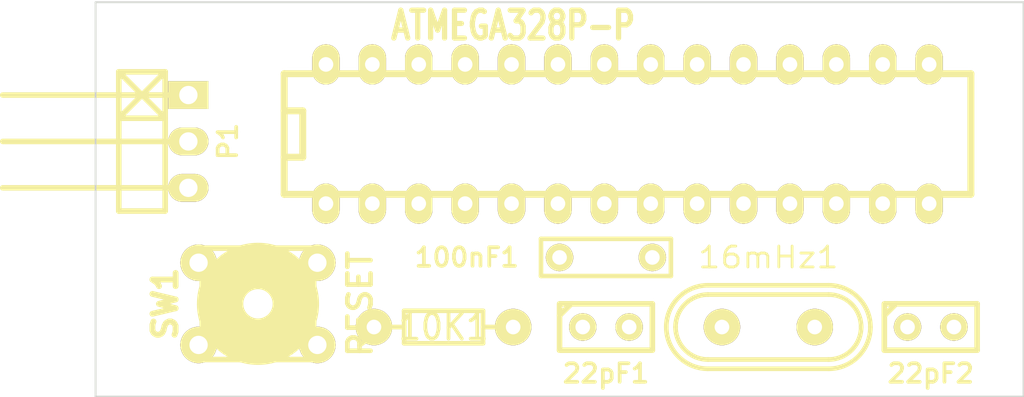
<source format=kicad_pcb>
(kicad_pcb (version 4) (host pcbnew 0.201504151001+5600~22~ubuntu14.04.1-product)

  (general
    (links 15)
    (no_connects 15)
    (area 119.329999 97.739999 170.230001 119.430001)
    (thickness 1.6)
    (drawings 4)
    (tracks 0)
    (zones 0)
    (modules 8)
    (nets 9)
  )

  (page A4)
  (layers
    (0 F.Cu signal)
    (31 B.Cu signal)
    (32 B.Adhes user)
    (33 F.Adhes user)
    (34 B.Paste user)
    (35 F.Paste user)
    (36 B.SilkS user)
    (37 F.SilkS user)
    (38 B.Mask user)
    (39 F.Mask user)
    (40 Dwgs.User user)
    (41 Cmts.User user)
    (42 Eco1.User user)
    (43 Eco2.User user)
    (44 Edge.Cuts user)
    (45 Margin user)
    (46 B.CrtYd user)
    (47 F.CrtYd user)
    (48 B.Fab user)
    (49 F.Fab user)
  )

  (setup
    (last_trace_width 0.3)
    (trace_clearance 0.3)
    (zone_clearance 0.508)
    (zone_45_only no)
    (trace_min 0.2)
    (segment_width 0.2)
    (edge_width 0.1)
    (via_size 0.6)
    (via_drill 0.4)
    (via_min_size 0.4)
    (via_min_drill 0.3)
    (uvia_size 0.3)
    (uvia_drill 0.1)
    (uvias_allowed no)
    (uvia_min_size 0.2)
    (uvia_min_drill 0.1)
    (pcb_text_width 0.3)
    (pcb_text_size 1.5 1.5)
    (mod_edge_width 0.15)
    (mod_text_size 1 1)
    (mod_text_width 0.15)
    (pad_size 1.5 1.5)
    (pad_drill 0.6)
    (pad_to_mask_clearance 0)
    (aux_axis_origin 0 0)
    (visible_elements 7FFFFFFF)
    (pcbplotparams
      (layerselection 0x00030_80000001)
      (usegerberextensions false)
      (excludeedgelayer true)
      (linewidth 0.100000)
      (plotframeref false)
      (viasonmask false)
      (mode 1)
      (useauxorigin false)
      (hpglpennumber 1)
      (hpglpenspeed 20)
      (hpglpendiameter 15)
      (hpglpenoverlay 2)
      (psnegative false)
      (psa4output false)
      (plotreference true)
      (plotvalue true)
      (plotinvisibletext false)
      (padsonsilk false)
      (subtractmaskfromsilk false)
      (outputformat 1)
      (mirror false)
      (drillshape 1)
      (scaleselection 1)
      (outputdirectory ""))
  )

  (net 0 "")
  (net 1 VCC)
  (net 2 "Net-(100nF1-Pad2)")
  (net 3 "Net-(16mHz1-Pad1)")
  (net 4 "Net-(16mHz1-Pad2)")
  (net 5 GND)
  (net 6 "Net-(100nF1-Pad1)")
  (net 7 "Net-(IC1-Pad2)")
  (net 8 "Net-(IC1-Pad3)")

  (net_class Default "Questo è il gruppo di collegamenti predefinito"
    (clearance 0.3)
    (trace_width 0.3)
    (via_dia 0.6)
    (via_drill 0.4)
    (uvia_dia 0.3)
    (uvia_drill 0.1)
    (add_net GND)
    (add_net "Net-(100nF1-Pad1)")
    (add_net "Net-(100nF1-Pad2)")
    (add_net "Net-(16mHz1-Pad1)")
    (add_net "Net-(16mHz1-Pad2)")
    (add_net "Net-(IC1-Pad2)")
    (add_net "Net-(IC1-Pad3)")
    (add_net VCC)
  )

  (module w_pth_resistors:RC03 (layer F.Cu) (tedit 0) (tstamp 55317CAA)
    (at 138.43 115.57)
    (descr "Resistor, RC03")
    (tags R)
    (path /55317935)
    (autoplace_cost180 10)
    (fp_text reference 10K1 (at 0 0) (layer F.SilkS)
      (effects (font (size 1.397 1.27) (thickness 0.2032)))
    )
    (fp_text value R (at 0 2.032) (layer F.SilkS) hide
      (effects (font (size 1.397 1.27) (thickness 0.2032)))
    )
    (fp_line (start 2.159 0) (end 3.81 0) (layer F.SilkS) (width 0.254))
    (fp_line (start -2.159 0) (end -3.81 0) (layer F.SilkS) (width 0.254))
    (fp_line (start -2.159 -0.889) (end -2.159 0.889) (layer F.SilkS) (width 0.254))
    (fp_line (start -2.159 0.889) (end 2.159 0.889) (layer F.SilkS) (width 0.254))
    (fp_line (start 2.159 0.889) (end 2.159 -0.889) (layer F.SilkS) (width 0.254))
    (fp_line (start 2.159 -0.889) (end -2.159 -0.889) (layer F.SilkS) (width 0.254))
    (pad 1 thru_hole circle (at -3.81 0) (size 1.99898 1.99898) (drill 0.8001) (layers *.Cu *.Mask F.SilkS)
      (net 1 VCC))
    (pad 2 thru_hole circle (at 3.81 0) (size 1.99898 1.99898) (drill 0.8001) (layers *.Cu *.Mask F.SilkS)
      (net 2 "Net-(100nF1-Pad2)"))
    (model walter/pth_resistors/rc03.wrl
      (at (xyz 0 0 0))
      (scale (xyz 1 1 1))
      (rotate (xyz 0 0 0))
    )
  )

  (module w_crystal:crystal_hc-49u (layer F.Cu) (tedit 55317FE4) (tstamp 55317CB0)
    (at 156.21 115.57)
    (descr "Crystal, HC-49U")
    (tags QUARTZ)
    (path /553176DC)
    (autoplace_cost180 10)
    (fp_text reference 16mHz1 (at 0 -3.81) (layer F.SilkS)
      (effects (font (size 1.143 1.27) (thickness 0.1524)))
    )
    (fp_text value Crystal (at 0 3.302) (layer F.SilkS) hide
      (effects (font (size 1.143 1.27) (thickness 0.1524)))
    )
    (fp_arc (start 3.302 0) (end 3.302 -2.286) (angle 90) (layer F.SilkS) (width 0.254))
    (fp_line (start -3.302 1.778) (end 3.302 1.778) (layer F.SilkS) (width 0.254))
    (fp_line (start 3.302 -1.778) (end -3.302 -1.778) (layer F.SilkS) (width 0.254))
    (fp_arc (start 3.302 0) (end 5.08 0) (angle 90) (layer F.SilkS) (width 0.254))
    (fp_arc (start 3.302 0) (end 3.302 -1.778) (angle 90) (layer F.SilkS) (width 0.254))
    (fp_arc (start -3.302 0) (end -3.302 1.778) (angle 90) (layer F.SilkS) (width 0.254))
    (fp_arc (start -3.302 0) (end -5.08 0) (angle 90) (layer F.SilkS) (width 0.254))
    (fp_arc (start 3.302 0) (end 5.588 0) (angle 90) (layer F.SilkS) (width 0.254))
    (fp_line (start 3.302 2.286) (end -3.302 2.286) (layer F.SilkS) (width 0.254))
    (fp_line (start -3.302 -2.286) (end 3.302 -2.286) (layer F.SilkS) (width 0.254))
    (fp_arc (start -3.302 0) (end -3.302 2.286) (angle 90) (layer F.SilkS) (width 0.254))
    (fp_arc (start -3.302 0) (end -5.588 0) (angle 90) (layer F.SilkS) (width 0.254))
    (pad 1 thru_hole circle (at -2.54 0) (size 1.99898 1.99898) (drill 0.8001) (layers *.Cu *.Mask F.SilkS)
      (net 3 "Net-(16mHz1-Pad1)"))
    (pad 2 thru_hole circle (at 2.54 0) (size 1.99898 1.99898) (drill 0.8001) (layers *.Cu *.Mask F.SilkS)
      (net 4 "Net-(16mHz1-Pad2)"))
    (model walter/crystal/crystal_hc-49u.wrl
      (at (xyz 0 0 0))
      (scale (xyz 1 1 1))
      (rotate (xyz 0 0 0))
    )
  )

  (module w_capacitors:cnp_3mm_disc (layer F.Cu) (tedit 0) (tstamp 55317CB6)
    (at 147.32 115.57)
    (descr "Small ceramic capacitor")
    (tags C)
    (path /55317792)
    (fp_text reference 22pF1 (at 0 2.54) (layer F.SilkS)
      (effects (font (size 1.016 1.016) (thickness 0.2032)))
    )
    (fp_text value C (at 0 -2.286) (layer F.SilkS) hide
      (effects (font (size 1.016 1.016) (thickness 0.2032)))
    )
    (fp_line (start -2.4892 -1.27) (end 2.54 -1.27) (layer F.SilkS) (width 0.3048))
    (fp_line (start 2.54 -1.27) (end 2.54 1.27) (layer F.SilkS) (width 0.3048))
    (fp_line (start 2.54 1.27) (end -2.54 1.27) (layer F.SilkS) (width 0.3048))
    (fp_line (start -2.54 1.27) (end -2.54 -1.27) (layer F.SilkS) (width 0.3048))
    (fp_line (start -2.54 -0.635) (end -1.905 -1.27) (layer F.SilkS) (width 0.3048))
    (pad 1 thru_hole circle (at -1.27 0) (size 1.50114 1.50114) (drill 0.8001) (layers *.Cu *.Mask F.SilkS)
      (net 5 GND))
    (pad 2 thru_hole circle (at 1.27 0) (size 1.50114 1.50114) (drill 0.8001) (layers *.Cu *.Mask F.SilkS)
      (net 3 "Net-(16mHz1-Pad1)"))
    (model walter/capacitors/cnp_3mm_disc.wrl
      (at (xyz 0 0 0))
      (scale (xyz 1 1 1))
      (rotate (xyz 0 0 0))
    )
  )

  (module w_capacitors:cnp_3mm_disc (layer F.Cu) (tedit 0) (tstamp 55317CBC)
    (at 165.1 115.57)
    (descr "Small ceramic capacitor")
    (tags C)
    (path /55317800)
    (fp_text reference 22pF2 (at 0 2.54) (layer F.SilkS)
      (effects (font (size 1.016 1.016) (thickness 0.2032)))
    )
    (fp_text value C (at 0 -2.286) (layer F.SilkS) hide
      (effects (font (size 1.016 1.016) (thickness 0.2032)))
    )
    (fp_line (start -2.4892 -1.27) (end 2.54 -1.27) (layer F.SilkS) (width 0.3048))
    (fp_line (start 2.54 -1.27) (end 2.54 1.27) (layer F.SilkS) (width 0.3048))
    (fp_line (start 2.54 1.27) (end -2.54 1.27) (layer F.SilkS) (width 0.3048))
    (fp_line (start -2.54 1.27) (end -2.54 -1.27) (layer F.SilkS) (width 0.3048))
    (fp_line (start -2.54 -0.635) (end -1.905 -1.27) (layer F.SilkS) (width 0.3048))
    (pad 1 thru_hole circle (at -1.27 0) (size 1.50114 1.50114) (drill 0.8001) (layers *.Cu *.Mask F.SilkS)
      (net 5 GND))
    (pad 2 thru_hole circle (at 1.27 0) (size 1.50114 1.50114) (drill 0.8001) (layers *.Cu *.Mask F.SilkS)
      (net 4 "Net-(16mHz1-Pad2)"))
    (model walter/capacitors/cnp_3mm_disc.wrl
      (at (xyz 0 0 0))
      (scale (xyz 1 1 1))
      (rotate (xyz 0 0 0))
    )
  )

  (module w_capacitors:cnp_7.5mm_disc (layer F.Cu) (tedit 55317FB1) (tstamp 55317CC2)
    (at 147.32 111.76)
    (descr "7.5mm disc ceramic capacitor")
    (tags C)
    (path /55318912)
    (fp_text reference 100nF1 (at -7.62 0) (layer F.SilkS)
      (effects (font (size 1.016 1.016) (thickness 0.2032)))
    )
    (fp_text value C (at 0 -2.286) (layer F.SilkS) hide
      (effects (font (size 1.016 1.016) (thickness 0.2032)))
    )
    (fp_line (start -3.556 -1.016) (end -3.556 1.016) (layer F.SilkS) (width 0.24892))
    (fp_line (start -3.556 1.016) (end 3.556 1.016) (layer F.SilkS) (width 0.24892))
    (fp_line (start 3.556 1.016) (end 3.556 -1.016) (layer F.SilkS) (width 0.24892))
    (fp_line (start 3.556 -1.016) (end -3.556 -1.016) (layer F.SilkS) (width 0.24892))
    (pad 1 thru_hole circle (at -2.54 0) (size 1.50114 1.50114) (drill 0.8001) (layers *.Cu *.Mask F.SilkS)
      (net 6 "Net-(100nF1-Pad1)"))
    (pad 2 thru_hole circle (at 2.54 0) (size 1.50114 1.50114) (drill 0.8001) (layers *.Cu *.Mask F.SilkS)
      (net 2 "Net-(100nF1-Pad2)"))
    (model walter/capacitors/cnp_7.5mm_disc.wrl
      (at (xyz 0 0 0))
      (scale (xyz 1 1 1))
      (rotate (xyz 0 0 0))
    )
  )

  (module w_pth_circuits:dil_28-300 (layer F.Cu) (tedit 55317F7B) (tstamp 55317CE2)
    (at 148.5011 105.0036)
    (descr "IC, DIL28 x 0,3\"")
    (tags DIL)
    (path /553174EC)
    (fp_text reference IC1 (at 0 -6.35) (layer F.SilkS) hide
      (effects (font (size 1.524 1.143) (thickness 0.28575)))
    )
    (fp_text value ATMEGA328P-P (at -6.2611 -5.9436) (layer F.SilkS)
      (effects (font (size 1.524 1.143) (thickness 0.28702)))
    )
    (fp_line (start 18.796 -3.302) (end -18.796 -3.302) (layer F.SilkS) (width 0.381))
    (fp_line (start 18.796 3.302) (end -18.796 3.302) (layer F.SilkS) (width 0.381))
    (fp_line (start -17.78 -1.27) (end -17.78 1.27) (layer F.SilkS) (width 0.381))
    (fp_line (start -17.78 1.27) (end -18.796 1.27) (layer F.SilkS) (width 0.381))
    (fp_line (start -17.78 -1.27) (end -18.796 -1.27) (layer F.SilkS) (width 0.381))
    (fp_line (start 18.796 -3.302) (end 18.796 3.302) (layer F.SilkS) (width 0.381))
    (fp_line (start -18.796 3.302) (end -18.796 -3.302) (layer F.SilkS) (width 0.381))
    (pad 1 thru_hole oval (at -16.51 3.81) (size 1.50114 2.19964) (drill 0.8001) (layers *.Cu *.Mask F.SilkS))
    (pad 2 thru_hole oval (at -13.97 3.81) (size 1.50114 2.19964) (drill 0.8001) (layers *.Cu *.Mask F.SilkS)
      (net 7 "Net-(IC1-Pad2)"))
    (pad 3 thru_hole oval (at -11.43 3.81) (size 1.50114 2.19964) (drill 0.8001) (layers *.Cu *.Mask F.SilkS)
      (net 8 "Net-(IC1-Pad3)"))
    (pad 4 thru_hole oval (at -8.89 3.81) (size 1.50114 2.19964) (drill 0.8001) (layers *.Cu *.Mask F.SilkS))
    (pad 5 thru_hole oval (at -6.35 3.81) (size 1.50114 2.19964) (drill 0.8001) (layers *.Cu *.Mask F.SilkS))
    (pad 6 thru_hole oval (at -3.81 3.81) (size 1.50114 2.19964) (drill 0.8001) (layers *.Cu *.Mask F.SilkS))
    (pad 7 thru_hole oval (at -1.27 3.81) (size 1.50114 2.19964) (drill 0.8001) (layers *.Cu *.Mask F.SilkS)
      (net 1 VCC))
    (pad 8 thru_hole oval (at 1.27 3.81) (size 1.50114 2.19964) (drill 0.8001) (layers *.Cu *.Mask F.SilkS)
      (net 5 GND))
    (pad 9 thru_hole oval (at 3.81 3.81) (size 1.50114 2.19964) (drill 0.8001) (layers *.Cu *.Mask F.SilkS)
      (net 3 "Net-(16mHz1-Pad1)"))
    (pad 10 thru_hole oval (at 6.35 3.81) (size 1.50114 2.19964) (drill 0.8001) (layers *.Cu *.Mask F.SilkS)
      (net 4 "Net-(16mHz1-Pad2)"))
    (pad 11 thru_hole oval (at 8.89 3.81) (size 1.50114 2.19964) (drill 0.8001) (layers *.Cu *.Mask F.SilkS))
    (pad 12 thru_hole oval (at 11.43 3.81) (size 1.50114 2.19964) (drill 0.8001) (layers *.Cu *.Mask F.SilkS))
    (pad 13 thru_hole oval (at 13.97 3.81) (size 1.50114 2.19964) (drill 0.8001) (layers *.Cu *.Mask F.SilkS))
    (pad 14 thru_hole oval (at 16.51 3.81) (size 1.50114 2.19964) (drill 0.8001) (layers *.Cu *.Mask F.SilkS))
    (pad 15 thru_hole oval (at 16.51 -3.81) (size 1.50114 2.19964) (drill 0.8001) (layers *.Cu *.Mask F.SilkS))
    (pad 16 thru_hole oval (at 13.97 -3.81) (size 1.50114 2.19964) (drill 0.8001) (layers *.Cu *.Mask F.SilkS))
    (pad 17 thru_hole oval (at 11.43 -3.81) (size 1.50114 2.19964) (drill 0.8001) (layers *.Cu *.Mask F.SilkS))
    (pad 18 thru_hole oval (at 8.89 -3.81) (size 1.50114 2.19964) (drill 0.8001) (layers *.Cu *.Mask F.SilkS))
    (pad 19 thru_hole oval (at 6.35 -3.81) (size 1.50114 2.19964) (drill 0.8001) (layers *.Cu *.Mask F.SilkS))
    (pad 20 thru_hole oval (at 3.81 -3.81) (size 1.50114 2.19964) (drill 0.8001) (layers *.Cu *.Mask F.SilkS)
      (net 1 VCC))
    (pad 21 thru_hole oval (at 1.27 -3.81) (size 1.50114 2.19964) (drill 0.8001) (layers *.Cu *.Mask F.SilkS))
    (pad 22 thru_hole oval (at -1.27 -3.81) (size 1.50114 2.19964) (drill 0.8001) (layers *.Cu *.Mask F.SilkS)
      (net 5 GND))
    (pad 23 thru_hole oval (at -3.81 -3.81) (size 1.50114 2.19964) (drill 0.8001) (layers *.Cu *.Mask F.SilkS))
    (pad 24 thru_hole oval (at -6.35 -3.81) (size 1.50114 2.19964) (drill 0.8001) (layers *.Cu *.Mask F.SilkS))
    (pad 25 thru_hole oval (at -8.89 -3.81) (size 1.50114 2.19964) (drill 0.8001) (layers *.Cu *.Mask F.SilkS))
    (pad 26 thru_hole oval (at -11.43 -3.81) (size 1.50114 2.19964) (drill 0.8001) (layers *.Cu *.Mask F.SilkS))
    (pad 27 thru_hole oval (at -13.97 -3.81) (size 1.50114 2.19964) (drill 0.8001) (layers *.Cu *.Mask F.SilkS))
    (pad 28 thru_hole oval (at -16.51 -3.81) (size 1.50114 2.19964) (drill 0.8001) (layers *.Cu *.Mask F.SilkS))
    (model walter/pth_circuits/dil_28-300.wrl
      (at (xyz 0 0 0))
      (scale (xyz 1 1 1))
      (rotate (xyz 0 0 0))
    )
  )

  (module w_pin_strip:pin_strip_3-90 (layer F.Cu) (tedit 0) (tstamp 55317CE9)
    (at 124.46 105.41 270)
    (descr "Pin strip 3pin 90")
    (tags "CONN DEV")
    (path /55318732)
    (fp_text reference P1 (at 0 -2.159 270) (layer F.SilkS)
      (effects (font (size 1.016 1.016) (thickness 0.2032)))
    )
    (fp_text value CONN_01X05 (at 0.254 -3.556 270) (layer F.SilkS) hide
      (effects (font (size 1.016 0.889) (thickness 0.2032)))
    )
    (fp_line (start -3.81 1.27) (end -1.27 3.81) (layer F.SilkS) (width 0.3048))
    (fp_line (start -1.27 1.27) (end -3.81 3.81) (layer F.SilkS) (width 0.3048))
    (fp_line (start -3.81 1.27) (end 3.81 1.27) (layer F.SilkS) (width 0.3048))
    (fp_line (start 3.81 1.27) (end 3.81 3.81) (layer F.SilkS) (width 0.3048))
    (fp_line (start 3.81 3.81) (end -3.81 3.81) (layer F.SilkS) (width 0.3048))
    (fp_line (start -1.27 1.27) (end -1.27 3.81) (layer F.SilkS) (width 0.3048))
    (fp_line (start -2.54 0) (end -2.54 10.16) (layer F.SilkS) (width 0.3048))
    (fp_line (start 2.54 10.16) (end 2.54 0) (layer F.SilkS) (width 0.3048))
    (fp_line (start 0 0) (end 0 10.16) (layer F.SilkS) (width 0.3048))
    (fp_line (start -3.81 3.81) (end -3.81 1.27) (layer F.SilkS) (width 0.3048))
    (pad 1 thru_hole rect (at -2.54 0 270) (size 1.524 2.19964) (drill 1.00076) (layers *.Cu *.Mask F.SilkS)
      (net 6 "Net-(100nF1-Pad1)"))
    (pad 2 thru_hole oval (at 0 0 270) (size 1.524 2.19964) (drill 1.00076) (layers *.Cu *.Mask F.SilkS)
      (net 7 "Net-(IC1-Pad2)"))
    (pad 3 thru_hole oval (at 2.54 0 270) (size 1.524 2.19964) (drill 1.00076) (layers *.Cu *.Mask F.SilkS)
      (net 8 "Net-(IC1-Pad3)"))
    (model walter/pin_strip/pin_strip_3-90.wrl
      (at (xyz 0 0 0))
      (scale (xyz 1 1 1))
      (rotate (xyz 0 0 0))
    )
  )

  (module w_switch:PCB_PUSH (layer F.Cu) (tedit 0) (tstamp 55317CF1)
    (at 128.27 114.3 90)
    (descr "PCB pushbutton, Tyco FSM6x6 series")
    (tags pushbutton)
    (path /55317B9E)
    (fp_text reference SW1 (at 0 -5.08 90) (layer F.SilkS)
      (effects (font (size 1.27 1.27) (thickness 0.3175)))
    )
    (fp_text value RESET (at 0 5.588 90) (layer F.SilkS)
      (effects (font (size 1.27 1.27) (thickness 0.254)))
    )
    (fp_line (start -3.048 -3.048) (end 3.048 -3.048) (layer F.SilkS) (width 0.3048))
    (fp_line (start 3.048 -3.048) (end 3.048 3.048) (layer F.SilkS) (width 0.3048))
    (fp_line (start 3.048 3.048) (end -3.048 3.048) (layer F.SilkS) (width 0.3048))
    (fp_line (start -3.048 3.048) (end -3.048 -3.048) (layer F.SilkS) (width 0.3048))
    (fp_circle (center 0 0) (end -0.762 0.254) (layer F.SilkS) (width 2.54))
    (pad 1 thru_hole circle (at -2.25044 -3.2512 90) (size 1.99898 1.99898) (drill 1.00076) (layers *.Cu *.Mask F.SilkS)
      (net 2 "Net-(100nF1-Pad2)"))
    (pad 2 thru_hole circle (at 2.25044 3.2512 90) (size 1.99898 1.99898) (drill 1.00076) (layers *.Cu *.Mask F.SilkS)
      (net 5 GND))
    (pad 4 thru_hole circle (at 2.25044 -3.2512 90) (size 1.99898 1.99898) (drill 1.00076) (layers *.Cu *.Mask F.SilkS))
    (pad 3 thru_hole circle (at -2.25044 3.2512 90) (size 1.99898 1.99898) (drill 1.00076) (layers *.Cu *.Mask F.SilkS))
    (model walter/switch/pcb_push.wrl
      (at (xyz 0 0 0))
      (scale (xyz 1 1 1))
      (rotate (xyz 0 0 0))
    )
  )

  (gr_line (start 119.38 119.38) (end 170.18 119.38) (layer Edge.Cuts) (width 0.1))
  (gr_line (start 119.38 97.79) (end 119.38 119.38) (layer Edge.Cuts) (width 0.1))
  (gr_line (start 170.18 97.79) (end 119.38 97.79) (layer Edge.Cuts) (width 0.1))
  (gr_line (start 170.18 119.38) (end 170.18 97.79) (layer Edge.Cuts) (width 0.1))

)

</source>
